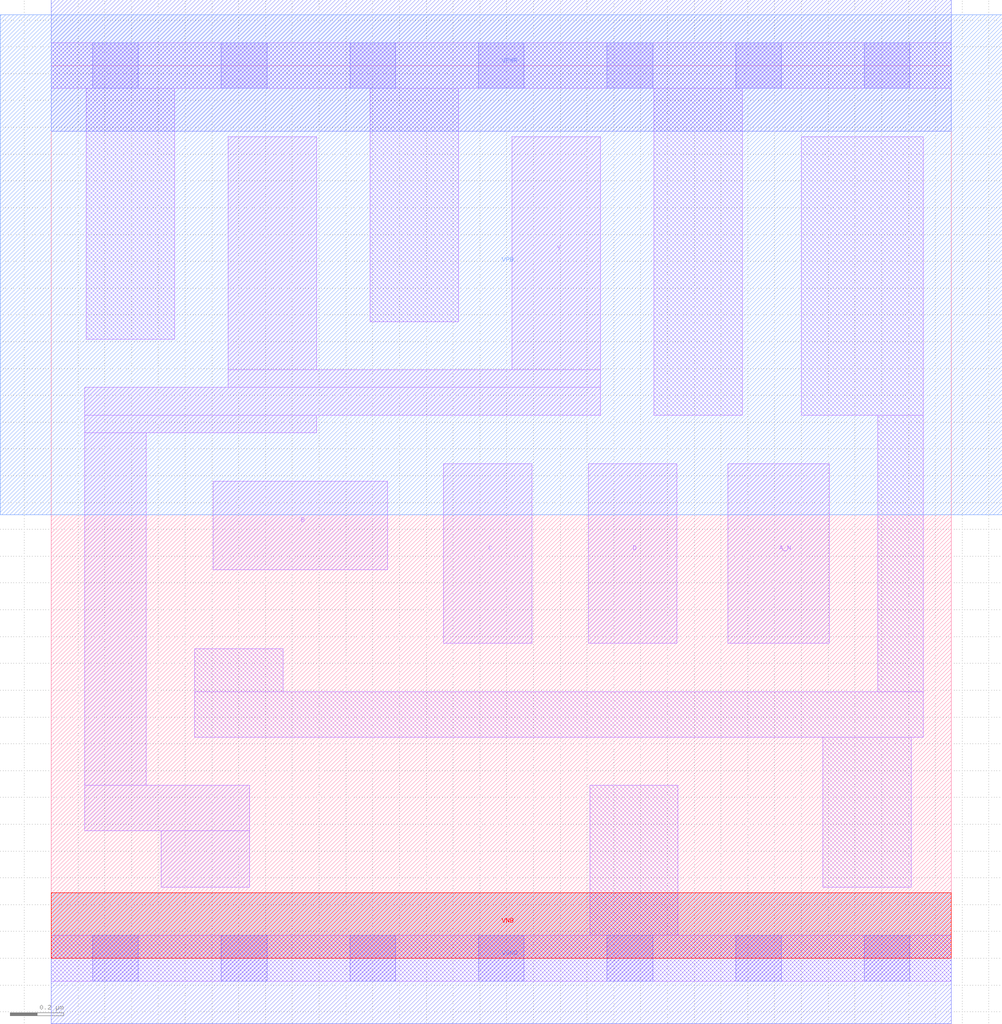
<source format=lef>
# Copyright 2020 The SkyWater PDK Authors
#
# Licensed under the Apache License, Version 2.0 (the "License");
# you may not use this file except in compliance with the License.
# You may obtain a copy of the License at
#
#     https://www.apache.org/licenses/LICENSE-2.0
#
# Unless required by applicable law or agreed to in writing, software
# distributed under the License is distributed on an "AS IS" BASIS,
# WITHOUT WARRANTIES OR CONDITIONS OF ANY KIND, either express or implied.
# See the License for the specific language governing permissions and
# limitations under the License.
#
# SPDX-License-Identifier: Apache-2.0

VERSION 5.7 ;
  NOWIREEXTENSIONATPIN ON ;
  DIVIDERCHAR "/" ;
  BUSBITCHARS "[]" ;
MACRO sky130_fd_sc_lp__nand4b_lp
  CLASS CORE ;
  FOREIGN sky130_fd_sc_lp__nand4b_lp ;
  ORIGIN  0.000000  0.000000 ;
  SIZE  3.360000 BY  3.330000 ;
  SYMMETRY X Y R90 ;
  SITE unit ;
  PIN A_N
    ANTENNAGATEAREA  0.376000 ;
    DIRECTION INPUT ;
    USE SIGNAL ;
    PORT
      LAYER li1 ;
        RECT 2.525000 1.175000 2.905000 1.845000 ;
    END
  END A_N
  PIN B
    ANTENNAGATEAREA  0.313000 ;
    DIRECTION INPUT ;
    USE SIGNAL ;
    PORT
      LAYER li1 ;
        RECT 0.605000 1.450000 1.255000 1.780000 ;
    END
  END B
  PIN C
    ANTENNAGATEAREA  0.313000 ;
    DIRECTION INPUT ;
    USE SIGNAL ;
    PORT
      LAYER li1 ;
        RECT 1.465000 1.175000 1.795000 1.845000 ;
    END
  END C
  PIN D
    ANTENNAGATEAREA  0.313000 ;
    DIRECTION INPUT ;
    USE SIGNAL ;
    PORT
      LAYER li1 ;
        RECT 2.005000 1.175000 2.335000 1.845000 ;
    END
  END D
  PIN Y
    ANTENNADIFFAREA  0.679700 ;
    DIRECTION OUTPUT ;
    USE SIGNAL ;
    PORT
      LAYER li1 ;
        RECT 0.125000 0.475000 0.740000 0.645000 ;
        RECT 0.125000 0.645000 0.355000 1.960000 ;
        RECT 0.125000 1.960000 0.990000 2.025000 ;
        RECT 0.125000 2.025000 2.050000 2.130000 ;
        RECT 0.410000 0.265000 0.740000 0.475000 ;
        RECT 0.660000 2.130000 2.050000 2.195000 ;
        RECT 0.660000 2.195000 0.990000 3.065000 ;
        RECT 1.720000 2.195000 2.050000 3.065000 ;
    END
  END Y
  PIN VGND
    DIRECTION INOUT ;
    USE GROUND ;
    PORT
      LAYER met1 ;
        RECT 0.000000 -0.245000 3.360000 0.245000 ;
    END
  END VGND
  PIN VNB
    DIRECTION INOUT ;
    USE GROUND ;
    PORT
      LAYER pwell ;
        RECT 0.000000 0.000000 3.360000 0.245000 ;
    END
  END VNB
  PIN VPB
    DIRECTION INOUT ;
    USE POWER ;
    PORT
      LAYER nwell ;
        RECT -0.190000 1.655000 3.550000 3.520000 ;
    END
  END VPB
  PIN VPWR
    DIRECTION INOUT ;
    USE POWER ;
    PORT
      LAYER met1 ;
        RECT 0.000000 3.085000 3.360000 3.575000 ;
    END
  END VPWR
  OBS
    LAYER li1 ;
      RECT 0.000000 -0.085000 3.360000 0.085000 ;
      RECT 0.000000  3.245000 3.360000 3.415000 ;
      RECT 0.130000  2.310000 0.460000 3.245000 ;
      RECT 0.535000  0.825000 3.255000 0.995000 ;
      RECT 0.535000  0.995000 0.865000 1.155000 ;
      RECT 1.190000  2.375000 1.520000 3.245000 ;
      RECT 2.010000  0.085000 2.340000 0.645000 ;
      RECT 2.250000  2.025000 2.580000 3.245000 ;
      RECT 2.800000  2.025000 3.255000 3.065000 ;
      RECT 2.880000  0.265000 3.210000 0.825000 ;
      RECT 3.085000  0.995000 3.255000 2.025000 ;
    LAYER mcon ;
      RECT 0.155000 -0.085000 0.325000 0.085000 ;
      RECT 0.155000  3.245000 0.325000 3.415000 ;
      RECT 0.635000 -0.085000 0.805000 0.085000 ;
      RECT 0.635000  3.245000 0.805000 3.415000 ;
      RECT 1.115000 -0.085000 1.285000 0.085000 ;
      RECT 1.115000  3.245000 1.285000 3.415000 ;
      RECT 1.595000 -0.085000 1.765000 0.085000 ;
      RECT 1.595000  3.245000 1.765000 3.415000 ;
      RECT 2.075000 -0.085000 2.245000 0.085000 ;
      RECT 2.075000  3.245000 2.245000 3.415000 ;
      RECT 2.555000 -0.085000 2.725000 0.085000 ;
      RECT 2.555000  3.245000 2.725000 3.415000 ;
      RECT 3.035000 -0.085000 3.205000 0.085000 ;
      RECT 3.035000  3.245000 3.205000 3.415000 ;
  END
END sky130_fd_sc_lp__nand4b_lp
END LIBRARY

</source>
